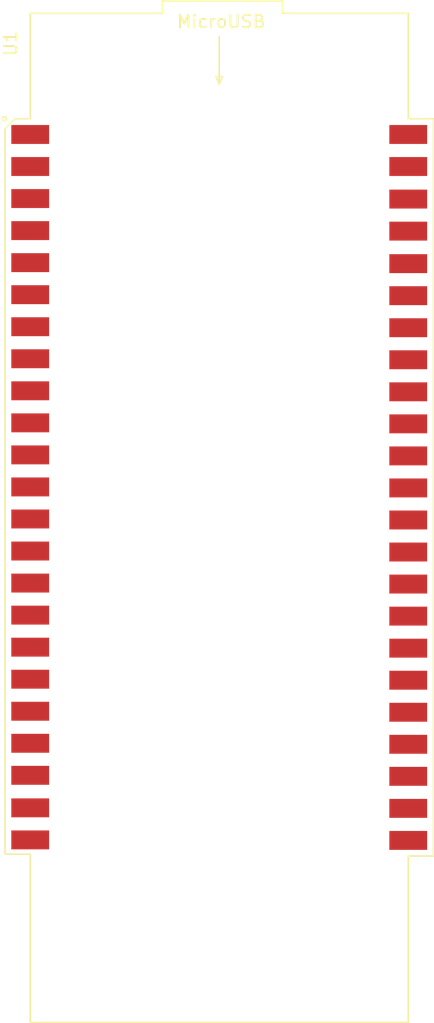
<source format=kicad_pcb>
(kicad_pcb (version 20171130) (host pcbnew "(5.1.4)-1")

  (general
    (thickness 1.6)
    (drawings 0)
    (tracks 0)
    (zones 0)
    (modules 1)
    (nets 45)
  )

  (page A4)
  (layers
    (0 F.Cu signal)
    (31 B.Cu signal)
    (32 B.Adhes user)
    (33 F.Adhes user)
    (34 B.Paste user)
    (35 F.Paste user)
    (36 B.SilkS user)
    (37 F.SilkS user)
    (38 B.Mask user)
    (39 F.Mask user)
    (40 Dwgs.User user)
    (41 Cmts.User user)
    (42 Eco1.User user)
    (43 Eco2.User user)
    (44 Edge.Cuts user)
    (45 Margin user)
    (46 B.CrtYd user)
    (47 F.CrtYd user)
    (48 B.Fab user)
    (49 F.Fab user)
  )

  (setup
    (last_trace_width 0.25)
    (trace_clearance 0.2)
    (zone_clearance 0.508)
    (zone_45_only no)
    (trace_min 0.2)
    (via_size 0.8)
    (via_drill 0.4)
    (via_min_size 0.4)
    (via_min_drill 0.3)
    (uvia_size 0.3)
    (uvia_drill 0.1)
    (uvias_allowed no)
    (uvia_min_size 0.2)
    (uvia_min_drill 0.1)
    (edge_width 0.05)
    (segment_width 0.2)
    (pcb_text_width 0.3)
    (pcb_text_size 1.5 1.5)
    (mod_edge_width 0.12)
    (mod_text_size 1 1)
    (mod_text_width 0.15)
    (pad_size 1.524 1.524)
    (pad_drill 0.762)
    (pad_to_mask_clearance 0.051)
    (solder_mask_min_width 0.25)
    (aux_axis_origin 0 0)
    (visible_elements 7FFFFFFF)
    (pcbplotparams
      (layerselection 0x010fc_ffffffff)
      (usegerberextensions false)
      (usegerberattributes false)
      (usegerberadvancedattributes false)
      (creategerberjobfile false)
      (excludeedgelayer true)
      (linewidth 0.100000)
      (plotframeref false)
      (viasonmask false)
      (mode 1)
      (useauxorigin false)
      (hpglpennumber 1)
      (hpglpenspeed 20)
      (hpglpendiameter 15.000000)
      (psnegative false)
      (psa4output false)
      (plotreference true)
      (plotvalue true)
      (plotinvisibletext false)
      (padsonsilk false)
      (subtractmaskfromsilk false)
      (outputformat 1)
      (mirror false)
      (drillshape 1)
      (scaleselection 1)
      (outputdirectory ""))
  )

  (net 0 "")
  (net 1 /PA2)
  (net 2 GND)
  (net 3 /PA1)
  (net 4 +5V)
  (net 5 /PA0)
  (net 6 +3V3)
  (net 7 /PC3)
  (net 8 /PA4)
  (net 9 /PC2)
  (net 10 /PA5)
  (net 11 /PC1)
  (net 12 /PA6)
  (net 13 /PC0)
  (net 14 /PA7)
  (net 15 /I2C1_SDA)
  (net 16 /PC4)
  (net 17 /I2C1_SCL)
  (net 18 /PC5)
  (net 19 /PC12)
  (net 20 /PB0)
  (net 21 /PC11)
  (net 22 /PB11)
  (net 23 /PC10)
  (net 24 /PB10)
  (net 25 /PB15)
  (net 26 /PB2)
  (net 27 /PC6)
  (net 28 /PB1)
  (net 29 /PC7)
  (net 30 /PB12)
  (net 31 /PC8)
  (net 32 /PB13)
  (net 33 /PC9)
  (net 34 /PB14)
  (net 35 /PA8)
  (net 36 /CANL)
  (net 37 /PA9)
  (net 38 /CANH)
  (net 39 /PA10)
  (net 40 /CAN_Shield)
  (net 41 +V)
  (net 42 CHASSIS)
  (net 43 "Net-(U1-Pad24)")
  (net 44 "Net-(U1-Pad23)")

  (net_class Default "This is the default net class."
    (clearance 0.2)
    (trace_width 0.25)
    (via_dia 0.8)
    (via_drill 0.4)
    (uvia_dia 0.3)
    (uvia_drill 0.1)
    (add_net +3V3)
    (add_net +5V)
    (add_net +V)
    (add_net /CANH)
    (add_net /CANL)
    (add_net /CAN_Shield)
    (add_net /I2C1_SCL)
    (add_net /I2C1_SDA)
    (add_net /PA0)
    (add_net /PA1)
    (add_net /PA10)
    (add_net /PA2)
    (add_net /PA4)
    (add_net /PA5)
    (add_net /PA6)
    (add_net /PA7)
    (add_net /PA8)
    (add_net /PA9)
    (add_net /PB0)
    (add_net /PB1)
    (add_net /PB10)
    (add_net /PB11)
    (add_net /PB12)
    (add_net /PB13)
    (add_net /PB14)
    (add_net /PB15)
    (add_net /PB2)
    (add_net /PC0)
    (add_net /PC1)
    (add_net /PC10)
    (add_net /PC11)
    (add_net /PC12)
    (add_net /PC2)
    (add_net /PC3)
    (add_net /PC4)
    (add_net /PC5)
    (add_net /PC6)
    (add_net /PC7)
    (add_net /PC8)
    (add_net /PC9)
    (add_net CHASSIS)
    (add_net GND)
    (add_net "Net-(U1-Pad23)")
    (add_net "Net-(U1-Pad24)")
  )

  (module GeneralMCU_Example:SMD42-FTP (layer F.Cu) (tedit 5DA3AB48) (tstamp 5DA41032)
    (at 149.1 78.925 270)
    (path /5DA3B5F1)
    (attr smd)
    (fp_text reference U1 (at -32.6 16.55 270) (layer F.SilkS)
      (effects (font (size 1 1) (thickness 0.15)))
    )
    (fp_text value SMD46 (at 0 0 90) (layer F.Fab)
      (effects (font (size 1 1) (thickness 0.15)))
    )
    (fp_line (start -25.85 17) (end -26.65 16.2) (layer F.SilkS) (width 0.12))
    (fp_line (start -26.65 -17) (end 31.8 -17) (layer F.SilkS) (width 0.12))
    (fp_line (start 31.65 17) (end -25.85 17) (layer F.SilkS) (width 0.12))
    (fp_line (start -26.4 -16.75) (end 26.4 -16.75) (layer F.CrtYd) (width 0.05))
    (fp_line (start 31.4 -16.75) (end 31.4 16.75) (layer F.CrtYd) (width 0.05))
    (fp_line (start 31.4 16.75) (end -21.4 16.75) (layer F.CrtYd) (width 0.05))
    (fp_line (start -26.4 16.75) (end -26.4 -16.75) (layer F.CrtYd) (width 0.05))
    (fp_line (start -35 -15) (end -26.65 -15) (layer F.SilkS) (width 0.12))
    (fp_line (start -35 15) (end -26.65 15) (layer F.SilkS) (width 0.12))
    (fp_line (start -26.65 15) (end -26.65 16.2) (layer F.SilkS) (width 0.12))
    (fp_circle (center -26.65 17.05) (end -26.55 16.925) (layer F.SilkS) (width 0.12))
    (fp_line (start -26.65 -15) (end -26.65 -17) (layer F.SilkS) (width 0.12))
    (fp_line (start 31.8 -15) (end 45 -15) (layer F.SilkS) (width 0.12))
    (fp_line (start 45 -15) (end 45 15) (layer F.SilkS) (width 0.12))
    (fp_line (start 45 15) (end 31.65 15) (layer F.SilkS) (width 0.12))
    (fp_line (start 31.65 15) (end 31.65 17) (layer F.SilkS) (width 0.12))
    (fp_line (start 31.8 -17) (end 31.8 -15) (layer F.SilkS) (width 0.12))
    (fp_line (start -35 -5.025) (end -36 -5.025) (layer F.SilkS) (width 0.12))
    (fp_line (start -35 4.5) (end -36 4.5) (layer F.SilkS) (width 0.12))
    (fp_line (start -36 4.5) (end -36 -5.025) (layer F.SilkS) (width 0.12))
    (fp_line (start -35 -5.025) (end -35 -15) (layer F.SilkS) (width 0.12))
    (fp_line (start -35 4.5) (end -35 15) (layer F.SilkS) (width 0.12))
    (fp_text user MicroUSB (at -34.35 -0.15) (layer F.SilkS)
      (effects (font (size 1 1) (thickness 0.15)))
    )
    (fp_line (start -33.175 0) (end -29.375 0) (layer F.SilkS) (width 0.12))
    (fp_line (start -29.375 0) (end -30 -0.25) (layer F.SilkS) (width 0.12))
    (fp_line (start -30 -0.25) (end -30 0.25) (layer F.SilkS) (width 0.12))
    (fp_line (start -29.375 0) (end -30 0.25) (layer F.SilkS) (width 0.12))
    (fp_line (start -21.28 -16.75) (end 31.4 -16.75) (layer F.CrtYd) (width 0.05))
    (pad 44 smd rect (at -20.28 -15 270) (size 1.5 3) (layers F.Cu F.Paste F.Mask)
      (net 5 /PA0))
    (pad 1 smd rect (at -25.4 15 270) (size 1.5 3) (layers F.Cu F.Paste F.Mask)
      (net 2 GND))
    (pad 43 smd rect (at -17.74 -15 270) (size 1.5 3) (layers F.Cu F.Paste F.Mask)
      (net 7 /PC3))
    (pad 2 smd rect (at -22.86 15 270) (size 1.5 3) (layers F.Cu F.Paste F.Mask)
      (net 4 +5V))
    (pad 40 smd rect (at -10.08 -15 270) (size 1.5 3) (layers F.Cu F.Paste F.Mask)
      (net 13 /PC0))
    (pad 3 smd rect (at -20.32 15 270) (size 1.5 3) (layers F.Cu F.Paste F.Mask)
      (net 6 +3V3))
    (pad 39 smd rect (at -7.54 -15 270) (size 1.5 3) (layers F.Cu F.Paste F.Mask)
      (net 15 /I2C1_SDA))
    (pad 4 smd rect (at -17.78 15 270) (size 1.5 3) (layers F.Cu F.Paste F.Mask)
      (net 8 /PA4))
    (pad 38 smd rect (at -5 -15 270) (size 1.5 3) (layers F.Cu F.Paste F.Mask)
      (net 17 /I2C1_SCL))
    (pad 5 smd rect (at -15.24 15 270) (size 1.5 3) (layers F.Cu F.Paste F.Mask)
      (net 10 /PA5))
    (pad 37 smd rect (at -2.46 -15 270) (size 1.5 3) (layers F.Cu F.Paste F.Mask)
      (net 19 /PC12))
    (pad 6 smd rect (at -12.7 15 270) (size 1.5 3) (layers F.Cu F.Paste F.Mask)
      (net 12 /PA6))
    (pad 36 smd rect (at 0.08 -15 270) (size 1.5 3) (layers F.Cu F.Paste F.Mask)
      (net 21 /PC11))
    (pad 7 smd rect (at -10.16 15 270) (size 1.5 3) (layers F.Cu F.Paste F.Mask)
      (net 14 /PA7))
    (pad 35 smd rect (at 2.62 -15 270) (size 1.5 3) (layers F.Cu F.Paste F.Mask)
      (net 23 /PC10))
    (pad 8 smd rect (at -7.62 15 270) (size 1.5 3) (layers F.Cu F.Paste F.Mask)
      (net 16 /PC4))
    (pad 34 smd rect (at 5.16 -15 270) (size 1.5 3) (layers F.Cu F.Paste F.Mask)
      (net 25 /PB15))
    (pad 9 smd rect (at -5.08 15 270) (size 1.5 3) (layers F.Cu F.Paste F.Mask)
      (net 18 /PC5))
    (pad 33 smd rect (at 7.7 -15 270) (size 1.5 3) (layers F.Cu F.Paste F.Mask)
      (net 27 /PC6))
    (pad 10 smd rect (at -2.54 15 270) (size 1.5 3) (layers F.Cu F.Paste F.Mask)
      (net 20 /PB0))
    (pad 32 smd rect (at 10.24 -15 270) (size 1.5 3) (layers F.Cu F.Paste F.Mask)
      (net 29 /PC7))
    (pad 11 smd rect (at 0 15 270) (size 1.5 3) (layers F.Cu F.Paste F.Mask)
      (net 22 /PB11))
    (pad 31 smd rect (at 12.78 -15 270) (size 1.5 3) (layers F.Cu F.Paste F.Mask)
      (net 31 /PC8))
    (pad 12 smd rect (at 2.54 15 270) (size 1.5 3) (layers F.Cu F.Paste F.Mask)
      (net 24 /PB10))
    (pad 30 smd rect (at 15.32 -15 270) (size 1.5 3) (layers F.Cu F.Paste F.Mask)
      (net 33 /PC9))
    (pad 13 smd rect (at 5.08 15 270) (size 1.5 3) (layers F.Cu F.Paste F.Mask)
      (net 26 /PB2))
    (pad 29 smd rect (at 17.86 -15 270) (size 1.5 3) (layers F.Cu F.Paste F.Mask)
      (net 35 /PA8))
    (pad 14 smd rect (at 7.62 15 270) (size 1.5 3) (layers F.Cu F.Paste F.Mask)
      (net 28 /PB1))
    (pad 28 smd rect (at 20.4 -15 270) (size 1.5 3) (layers F.Cu F.Paste F.Mask)
      (net 37 /PA9))
    (pad 15 smd rect (at 10.16 15 270) (size 1.5 3) (layers F.Cu F.Paste F.Mask)
      (net 30 /PB12))
    (pad 27 smd rect (at 22.94 -15 270) (size 1.5 3) (layers F.Cu F.Paste F.Mask)
      (net 39 /PA10))
    (pad 16 smd rect (at 12.7 15 270) (size 1.5 3) (layers F.Cu F.Paste F.Mask)
      (net 32 /PB13))
    (pad 26 smd rect (at 25.48 -15 270) (size 1.5 3) (layers F.Cu F.Paste F.Mask)
      (net 41 +V))
    (pad 17 smd rect (at 15.24 15 270) (size 1.5 3) (layers F.Cu F.Paste F.Mask)
      (net 34 /PB14))
    (pad 25 smd rect (at 28.02 -15 270) (size 1.5 3) (layers F.Cu F.Paste F.Mask)
      (net 2 GND))
    (pad 18 smd rect (at 17.78 15 270) (size 1.5 3) (layers F.Cu F.Paste F.Mask)
      (net 36 /CANL))
    (pad 24 smd rect (at 30.56 -15 270) (size 1.5 3) (layers F.Cu F.Paste F.Mask)
      (net 43 "Net-(U1-Pad24)"))
    (pad 19 smd rect (at 20.32 15 270) (size 1.5 3) (layers F.Cu F.Paste F.Mask)
      (net 38 /CANH))
    (pad 20 smd rect (at 22.86 15 270) (size 1.5 3) (layers F.Cu F.Paste F.Mask)
      (net 40 /CAN_Shield))
    (pad 21 smd rect (at 25.4 15 270) (size 1.5 3) (layers F.Cu F.Paste F.Mask)
      (net 42 CHASSIS))
    (pad 45 smd rect (at -22.86 -15 270) (size 1.5 3) (layers F.Cu F.Paste F.Mask)
      (net 3 /PA1))
    (pad 46 smd rect (at -25.4 -15 270) (size 1.5 3) (layers F.Cu F.Paste F.Mask)
      (net 1 /PA2))
    (pad 23 smd rect (at 30.52 15 270) (size 1.5 3) (layers F.Cu F.Paste F.Mask)
      (net 44 "Net-(U1-Pad23)"))
    (pad 22 smd rect (at 27.98 15 270) (size 1.5 3) (layers F.Cu F.Paste F.Mask)
      (net 2 GND))
    (pad 42 smd rect (at -15.16 -15 270) (size 1.5 3) (layers F.Cu F.Paste F.Mask)
      (net 9 /PC2))
    (pad 41 smd rect (at -12.62 -15 270) (size 1.5 3) (layers F.Cu F.Paste F.Mask)
      (net 11 /PC1))
  )

)

</source>
